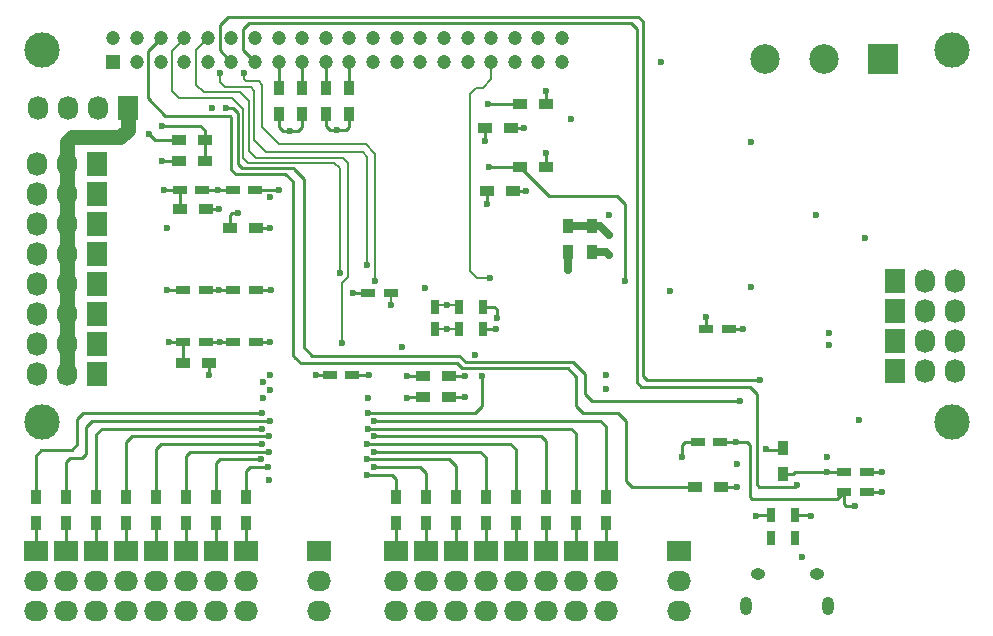
<source format=gbl>
G04 #@! TF.FileFunction,Copper,L4,Bot,Signal*
%FSLAX46Y46*%
G04 Gerber Fmt 4.6, Leading zero omitted, Abs format (unit mm)*
G04 Created by KiCad (PCBNEW (2015-11-11 BZR 6310)-product) date Thu 17 Dec 2015 09:11:31 PM CST*
%MOMM*%
G01*
G04 APERTURE LIST*
%ADD10C,0.100000*%
%ADD11C,3.000000*%
%ADD12R,1.727200X2.032000*%
%ADD13O,1.727200X2.032000*%
%ADD14O,1.250000X0.950000*%
%ADD15O,1.000000X1.550000*%
%ADD16R,2.032000X1.727200*%
%ADD17O,2.032000X1.727200*%
%ADD18R,0.900000X1.200000*%
%ADD19R,1.200000X0.900000*%
%ADD20R,0.750000X1.200000*%
%ADD21R,1.200000X0.750000*%
%ADD22C,2.500000*%
%ADD23R,2.500000X2.500000*%
%ADD24R,1.200000X1.200000*%
%ADD25C,1.200000*%
%ADD26C,0.600000*%
%ADD27C,0.254000*%
%ADD28C,0.203200*%
%ADD29C,0.635000*%
%ADD30C,1.270000*%
G04 APERTURE END LIST*
D10*
D11*
X188100000Y-111500000D03*
X111100000Y-111500000D03*
X188100000Y-80000000D03*
X111100000Y-80000000D03*
D12*
X183300000Y-99520000D03*
D13*
X185840000Y-99520000D03*
X188380000Y-99520000D03*
D12*
X183300000Y-102060000D03*
D13*
X185840000Y-102060000D03*
X188380000Y-102060000D03*
D12*
X183300000Y-104600000D03*
D13*
X185840000Y-104600000D03*
X188380000Y-104600000D03*
D12*
X183300000Y-107140000D03*
D13*
X185840000Y-107140000D03*
X188380000Y-107140000D03*
D12*
X115736000Y-89614000D03*
D13*
X113196000Y-89614000D03*
X110656000Y-89614000D03*
D12*
X115736000Y-92154000D03*
D13*
X113196000Y-92154000D03*
X110656000Y-92154000D03*
D12*
X115736000Y-94694000D03*
D13*
X113196000Y-94694000D03*
X110656000Y-94694000D03*
D12*
X115736000Y-97234000D03*
D13*
X113196000Y-97234000D03*
X110656000Y-97234000D03*
D12*
X115736000Y-99774000D03*
D13*
X113196000Y-99774000D03*
X110656000Y-99774000D03*
D12*
X115736000Y-102314000D03*
D13*
X113196000Y-102314000D03*
X110656000Y-102314000D03*
D12*
X115736000Y-104854000D03*
D13*
X113196000Y-104854000D03*
X110656000Y-104854000D03*
D12*
X115736000Y-107394000D03*
D13*
X113196000Y-107394000D03*
X110656000Y-107394000D03*
D14*
X171655100Y-124373460D03*
X176655100Y-124373460D03*
D15*
X170655100Y-127073460D03*
X177655100Y-127073460D03*
D16*
X110529000Y-122380000D03*
D17*
X110529000Y-124920000D03*
X110529000Y-127460000D03*
D16*
X113069000Y-122380000D03*
D17*
X113069000Y-124920000D03*
X113069000Y-127460000D03*
D16*
X115609000Y-122380000D03*
D17*
X115609000Y-124920000D03*
X115609000Y-127460000D03*
D16*
X118149000Y-122380000D03*
D17*
X118149000Y-124920000D03*
X118149000Y-127460000D03*
D16*
X120689000Y-122380000D03*
D17*
X120689000Y-124920000D03*
X120689000Y-127460000D03*
D16*
X123229000Y-122380000D03*
D17*
X123229000Y-124920000D03*
X123229000Y-127460000D03*
D16*
X125769000Y-122380000D03*
D17*
X125769000Y-124920000D03*
X125769000Y-127460000D03*
D16*
X128309000Y-122380000D03*
D17*
X128309000Y-124920000D03*
X128309000Y-127460000D03*
D16*
X141009000Y-122380000D03*
D17*
X141009000Y-124920000D03*
X141009000Y-127460000D03*
D16*
X143549000Y-122380000D03*
D17*
X143549000Y-124920000D03*
X143549000Y-127460000D03*
D16*
X146089000Y-122380000D03*
D17*
X146089000Y-124920000D03*
X146089000Y-127460000D03*
D16*
X148629000Y-122380000D03*
D17*
X148629000Y-124920000D03*
X148629000Y-127460000D03*
D16*
X151169000Y-122380000D03*
D17*
X151169000Y-124920000D03*
X151169000Y-127460000D03*
D16*
X153709000Y-122380000D03*
D17*
X153709000Y-124920000D03*
X153709000Y-127460000D03*
D16*
X156249000Y-122380000D03*
D17*
X156249000Y-124920000D03*
X156249000Y-127460000D03*
D16*
X158789000Y-122380000D03*
D17*
X158789000Y-124920000D03*
X158789000Y-127460000D03*
D18*
X131090000Y-85380000D03*
X131090000Y-83180000D03*
X133100000Y-85380000D03*
X133100000Y-83180000D03*
X173810000Y-113700000D03*
X173810000Y-115900000D03*
X135090000Y-85380000D03*
X135090000Y-83180000D03*
X137100000Y-85380000D03*
X137100000Y-83180000D03*
D19*
X148746000Y-91904000D03*
X150946000Y-91904000D03*
X148596000Y-86594000D03*
X150796000Y-86594000D03*
X153720000Y-89880000D03*
X151520000Y-89880000D03*
X145550000Y-107570000D03*
X143350000Y-107570000D03*
X145550000Y-109410000D03*
X143350000Y-109410000D03*
D18*
X110529000Y-120051000D03*
X110529000Y-117851000D03*
X113069000Y-120051000D03*
X113069000Y-117851000D03*
D19*
X123010000Y-106500000D03*
X125210000Y-106500000D03*
X122730000Y-93490000D03*
X124930000Y-93490000D03*
X124860000Y-87650000D03*
X122660000Y-87650000D03*
X124880000Y-89430000D03*
X122680000Y-89430000D03*
X126980000Y-95070000D03*
X129180000Y-95070000D03*
D18*
X115609000Y-120051000D03*
X115609000Y-117851000D03*
X118149000Y-120051000D03*
X118149000Y-117851000D03*
X120689000Y-120051000D03*
X120689000Y-117851000D03*
X123229000Y-120051000D03*
X123229000Y-117851000D03*
X125769000Y-120051000D03*
X125769000Y-117851000D03*
X128309000Y-120051000D03*
X128309000Y-117851000D03*
X141009000Y-120051000D03*
X141009000Y-117851000D03*
X143549000Y-120051000D03*
X143549000Y-117851000D03*
X146089000Y-120051000D03*
X146089000Y-117851000D03*
X148629000Y-120051000D03*
X148629000Y-117851000D03*
X151169000Y-120051000D03*
X151169000Y-117851000D03*
X153709000Y-120051000D03*
X153709000Y-117851000D03*
X156249000Y-120051000D03*
X156249000Y-117851000D03*
X158789000Y-120051000D03*
X158789000Y-117851000D03*
D16*
X134532000Y-122380000D03*
D17*
X134532000Y-124920000D03*
X134532000Y-127460000D03*
D16*
X165012000Y-122380000D03*
D17*
X165012000Y-124920000D03*
X165012000Y-127460000D03*
D18*
X157660000Y-94870000D03*
X157660000Y-97070000D03*
X155614000Y-94864000D03*
X155614000Y-97064000D03*
D20*
X172802000Y-121298000D03*
X172802000Y-119398000D03*
X174834000Y-121298000D03*
X174834000Y-119398000D03*
D21*
X168490000Y-113160000D03*
X166590000Y-113160000D03*
D19*
X153740000Y-84570000D03*
X151540000Y-84570000D03*
D21*
X129170000Y-104680000D03*
X127270000Y-104680000D03*
X129130000Y-91810000D03*
X127230000Y-91810000D03*
D20*
X144330000Y-103620000D03*
X144330000Y-101720000D03*
D21*
X140578000Y-100572000D03*
X138678000Y-100572000D03*
X137340000Y-107490000D03*
X135440000Y-107490000D03*
X169200000Y-103600000D03*
X167300000Y-103600000D03*
X123010000Y-104690000D03*
X124910000Y-104690000D03*
X122750000Y-91810000D03*
X124650000Y-91810000D03*
X123010000Y-100270000D03*
X124910000Y-100270000D03*
X129170000Y-100270000D03*
X127270000Y-100270000D03*
D12*
X118310000Y-84890000D03*
D13*
X115770000Y-84890000D03*
X113230000Y-84890000D03*
X110690000Y-84890000D03*
D22*
X172284000Y-80724000D03*
D23*
X182284000Y-80724000D03*
D22*
X177284000Y-80724000D03*
D21*
X179010000Y-117400000D03*
X180910000Y-117400000D03*
X179010000Y-115720000D03*
X180910000Y-115720000D03*
D19*
X168540000Y-116980000D03*
X166340000Y-116980000D03*
D24*
X117100000Y-81000000D03*
D25*
X117100000Y-79000000D03*
X119100000Y-81000000D03*
X119100000Y-79000000D03*
X121100000Y-81000000D03*
X121100000Y-79000000D03*
X123100000Y-81000000D03*
X123100000Y-79000000D03*
X125100000Y-81000000D03*
X125100000Y-79000000D03*
X127100000Y-81000000D03*
X127100000Y-79000000D03*
X129100000Y-81000000D03*
X129100000Y-79000000D03*
X131100000Y-81000000D03*
X131100000Y-79000000D03*
X133100000Y-81000000D03*
X133100000Y-79000000D03*
X135100000Y-81000000D03*
X135100000Y-79000000D03*
X137100000Y-81000000D03*
X137100000Y-79000000D03*
X139100000Y-81000000D03*
X139100000Y-79000000D03*
X141100000Y-81000000D03*
X141100000Y-79000000D03*
X143100000Y-81000000D03*
X143100000Y-79000000D03*
X145100000Y-81000000D03*
X145100000Y-79000000D03*
X147100000Y-81000000D03*
X147100000Y-79000000D03*
X149100000Y-81000000D03*
X149100000Y-79000000D03*
X151100000Y-81000000D03*
X151100000Y-79000000D03*
X153100000Y-81000000D03*
X153100000Y-79000000D03*
X155100000Y-81000000D03*
X155100000Y-79000000D03*
D20*
X148419000Y-101737000D03*
X148419000Y-103637000D03*
X146387000Y-103637000D03*
X146387000Y-101737000D03*
D26*
X131170000Y-91810000D03*
X141560000Y-105110000D03*
X127680000Y-93780000D03*
X132100000Y-86870000D03*
X136050000Y-86800000D03*
X148740000Y-93000000D03*
X140580000Y-101600000D03*
X148590000Y-87660000D03*
X130410000Y-104690000D03*
X130420000Y-100270000D03*
X152050000Y-91890000D03*
X160430000Y-99570000D03*
X148950000Y-89890000D03*
X151890000Y-86580000D03*
X148300000Y-107560000D03*
X138630000Y-110740000D03*
X148820000Y-84580000D03*
X130280000Y-116380000D03*
X129750000Y-109440000D03*
X138640000Y-109440000D03*
X147730000Y-105780000D03*
X130360000Y-92450000D03*
X126110000Y-104680000D03*
X167290000Y-102630000D03*
X149540000Y-103640000D03*
X159070000Y-97330000D03*
X180760000Y-95910000D03*
X177730000Y-104950000D03*
X177720000Y-103960000D03*
X164250000Y-100360000D03*
X145340000Y-101610000D03*
X143530000Y-100120000D03*
X137390000Y-100570000D03*
X134270000Y-107490000D03*
X182180000Y-117400000D03*
X182200000Y-115720000D03*
X165260000Y-114440000D03*
X171510000Y-119410000D03*
X176140000Y-119410000D03*
X159090000Y-93950000D03*
X171110000Y-100100000D03*
X176570000Y-93930000D03*
X171120000Y-87750000D03*
X155850000Y-85830000D03*
X163500000Y-81000000D03*
X177570000Y-114450000D03*
X169870000Y-115080000D03*
X175450000Y-122960000D03*
X130350000Y-107490000D03*
X129750000Y-108140000D03*
X130350000Y-108790000D03*
X125970000Y-91810000D03*
X126080000Y-100270000D03*
X121660000Y-95070000D03*
X121260000Y-86390000D03*
X159090000Y-95630000D03*
X172330000Y-113810000D03*
X153740000Y-83440000D03*
X153720000Y-88740000D03*
X125470000Y-84900000D03*
X125210000Y-107500000D03*
X126030000Y-93490000D03*
X180270000Y-111310000D03*
X170420000Y-103610000D03*
X149570000Y-102690000D03*
X146890000Y-109410000D03*
X146890000Y-107570000D03*
X138740000Y-107490000D03*
X121640000Y-100280000D03*
X141990000Y-107560000D03*
X141980000Y-109420000D03*
X129720000Y-110740000D03*
X130330000Y-111390000D03*
X121780000Y-104690000D03*
X121390000Y-91810000D03*
X120110000Y-87090000D03*
X121220000Y-89430000D03*
X130380000Y-95070000D03*
X129660000Y-112040000D03*
X130280000Y-112680000D03*
X129670000Y-113340000D03*
X130270000Y-113990000D03*
X129650000Y-114630000D03*
X130170000Y-115280000D03*
X138620000Y-115950000D03*
X139200000Y-115290000D03*
X138610000Y-114640000D03*
X139210000Y-113990000D03*
X138610000Y-113340000D03*
X139190000Y-112690000D03*
X138640000Y-112040000D03*
X139210000Y-111390000D03*
X171880000Y-107900000D03*
X158850000Y-107520000D03*
X158850000Y-108690000D03*
X155620000Y-98590000D03*
X175030000Y-116790000D03*
X145370000Y-103600000D03*
X136450000Y-104840000D03*
X148970000Y-99260000D03*
X138600000Y-98220000D03*
X126110000Y-81970000D03*
X136260000Y-98880000D03*
X128140000Y-81960000D03*
X139290000Y-99530000D03*
X179930000Y-118590000D03*
X169810000Y-113160000D03*
X177540000Y-115710000D03*
X170190000Y-109710000D03*
X126660000Y-84920000D03*
X169870000Y-116980000D03*
D27*
X131170000Y-91810000D02*
X129130000Y-91810000D01*
X126980000Y-93980000D02*
X127180000Y-93780000D01*
X127180000Y-93780000D02*
X127680000Y-93780000D01*
X126980000Y-93980000D02*
X126980000Y-95070000D01*
X148746000Y-92994000D02*
X148740000Y-93000000D01*
X148746000Y-91904000D02*
X148746000Y-92994000D01*
X137100000Y-85380000D02*
X137100000Y-86470000D01*
X135090000Y-86450000D02*
X135440000Y-86800000D01*
X135440000Y-86800000D02*
X136050000Y-86800000D01*
X135090000Y-86450000D02*
X135090000Y-85380000D01*
X136770000Y-86800000D02*
X136050000Y-86800000D01*
X137100000Y-86470000D02*
X136770000Y-86800000D01*
X133100000Y-85380000D02*
X133100000Y-86530000D01*
X133100000Y-86530000D02*
X132760000Y-86870000D01*
X132760000Y-86870000D02*
X132100000Y-86870000D01*
X131090000Y-86510000D02*
X131450000Y-86870000D01*
X131090000Y-86510000D02*
X131090000Y-85380000D01*
X131450000Y-86870000D02*
X132100000Y-86870000D01*
D28*
X140578000Y-101598000D02*
X140578000Y-100572000D01*
X140580000Y-101600000D02*
X140578000Y-101598000D01*
D27*
X148596000Y-86594000D02*
X148596000Y-87654000D01*
X148596000Y-87654000D02*
X148590000Y-87660000D01*
X130400000Y-104680000D02*
X129170000Y-104680000D01*
X130410000Y-104690000D02*
X130400000Y-104680000D01*
X129170000Y-100270000D02*
X130420000Y-100270000D01*
X152050000Y-91890000D02*
X152036000Y-91904000D01*
X152036000Y-91904000D02*
X150946000Y-91904000D01*
X159760000Y-92370000D02*
X154010000Y-92370000D01*
X160430000Y-93040000D02*
X159760000Y-92370000D01*
X160430000Y-99570000D02*
X160430000Y-93040000D01*
X154010000Y-92370000D02*
X151520000Y-89880000D01*
X148960000Y-89880000D02*
X151520000Y-89880000D01*
X148950000Y-89890000D02*
X148960000Y-89880000D01*
X151876000Y-86594000D02*
X150796000Y-86594000D01*
X151890000Y-86580000D02*
X151876000Y-86594000D01*
X148300000Y-110170000D02*
X148300000Y-107560000D01*
X147740000Y-110730000D02*
X148300000Y-110170000D01*
X138640000Y-110730000D02*
X147740000Y-110730000D01*
X138630000Y-110740000D02*
X138640000Y-110730000D01*
X148830000Y-84570000D02*
X151540000Y-84570000D01*
X148820000Y-84580000D02*
X148830000Y-84570000D01*
X110529000Y-120051000D02*
X110529000Y-122380000D01*
D29*
X157660000Y-97070000D02*
X158810000Y-97070000D01*
X158810000Y-97070000D02*
X159070000Y-97330000D01*
D27*
X167300000Y-103600000D02*
X167300000Y-102640000D01*
X167300000Y-102640000D02*
X167290000Y-102630000D01*
X148419000Y-103637000D02*
X149537000Y-103637000D01*
X149537000Y-103637000D02*
X149540000Y-103640000D01*
X158810000Y-97070000D02*
X159070000Y-97330000D01*
D28*
X145340000Y-101610000D02*
X144440000Y-101610000D01*
X144440000Y-101610000D02*
X144330000Y-101720000D01*
X145340000Y-101610000D02*
X146260000Y-101610000D01*
X146260000Y-101610000D02*
X146387000Y-101737000D01*
D27*
X138678000Y-100572000D02*
X137392000Y-100572000D01*
X137392000Y-100572000D02*
X137390000Y-100570000D01*
X135440000Y-107490000D02*
X134270000Y-107490000D01*
X180910000Y-117400000D02*
X182180000Y-117400000D01*
X180910000Y-115720000D02*
X182200000Y-115720000D01*
X166590000Y-113160000D02*
X165520000Y-113160000D01*
X165260000Y-113420000D02*
X165260000Y-114440000D01*
X165520000Y-113160000D02*
X165260000Y-113420000D01*
X172802000Y-119398000D02*
X171522000Y-119398000D01*
X171522000Y-119398000D02*
X171510000Y-119410000D01*
X174834000Y-119398000D02*
X176128000Y-119398000D01*
X176128000Y-119398000D02*
X176140000Y-119410000D01*
X124650000Y-91810000D02*
X125970000Y-91810000D01*
X125970000Y-91810000D02*
X127230000Y-91810000D01*
X124910000Y-100270000D02*
X126080000Y-100270000D01*
X127270000Y-100270000D02*
X126080000Y-100270000D01*
X124910000Y-104690000D02*
X126100000Y-104690000D01*
X126110000Y-104680000D02*
X127270000Y-104680000D01*
X126100000Y-104690000D02*
X126110000Y-104680000D01*
X113069000Y-120051000D02*
X113069000Y-122380000D01*
X115609000Y-120051000D02*
X115609000Y-122380000D01*
X118149000Y-120051000D02*
X118149000Y-122380000D01*
X120689000Y-120051000D02*
X120689000Y-122380000D01*
X123229000Y-120051000D02*
X123229000Y-122380000D01*
X125769000Y-120051000D02*
X125769000Y-122380000D01*
X128309000Y-120051000D02*
X128309000Y-122380000D01*
X141009000Y-122380000D02*
X141009000Y-120051000D01*
X143549000Y-122380000D02*
X143549000Y-120051000D01*
X146089000Y-122380000D02*
X146089000Y-120051000D01*
X148629000Y-122380000D02*
X148629000Y-120051000D01*
X151169000Y-122380000D02*
X151169000Y-120051000D01*
X153709000Y-122380000D02*
X153709000Y-120051000D01*
X156249000Y-122380000D02*
X156249000Y-120051000D01*
X158789000Y-122380000D02*
X158789000Y-120051000D01*
X124860000Y-87650000D02*
X124860000Y-89410000D01*
X124860000Y-89410000D02*
X124880000Y-89430000D01*
X124860000Y-86780000D02*
X124860000Y-87650000D01*
X124470000Y-86390000D02*
X124860000Y-86780000D01*
X121260000Y-86390000D02*
X124470000Y-86390000D01*
D30*
X113196000Y-89614000D02*
X113196000Y-87814000D01*
X118310000Y-86790000D02*
X118310000Y-84890000D01*
X117700000Y-87400000D02*
X118310000Y-86790000D01*
X113610000Y-87400000D02*
X117700000Y-87400000D01*
X113196000Y-87814000D02*
X113610000Y-87400000D01*
X113196000Y-92154000D02*
X113196000Y-89614000D01*
X113196000Y-94694000D02*
X113196000Y-92154000D01*
X113196000Y-97234000D02*
X113196000Y-94694000D01*
X113196000Y-99774000D02*
X113196000Y-97234000D01*
X113196000Y-102314000D02*
X113196000Y-99774000D01*
X113196000Y-104854000D02*
X113196000Y-102314000D01*
X113196000Y-107394000D02*
X113196000Y-104854000D01*
D29*
X157660000Y-94870000D02*
X158330000Y-94870000D01*
X158330000Y-94870000D02*
X159090000Y-95630000D01*
X155614000Y-94864000D02*
X157654000Y-94864000D01*
X157654000Y-94864000D02*
X157660000Y-94870000D01*
D27*
X157660000Y-94870000D02*
X155620000Y-94870000D01*
X155620000Y-94870000D02*
X155614000Y-94864000D01*
X131090000Y-83180000D02*
X131090000Y-81010000D01*
X131090000Y-81010000D02*
X131100000Y-81000000D01*
X133100000Y-83180000D02*
X133100000Y-81000000D01*
X172340000Y-113820000D02*
X173690000Y-113820000D01*
X172330000Y-113810000D02*
X172340000Y-113820000D01*
X173690000Y-113820000D02*
X173810000Y-113700000D01*
X135090000Y-83180000D02*
X135090000Y-81010000D01*
X135090000Y-81010000D02*
X135100000Y-81000000D01*
X137100000Y-83180000D02*
X137100000Y-81000000D01*
X153720000Y-89880000D02*
X153720000Y-88740000D01*
X153740000Y-84570000D02*
X153740000Y-83440000D01*
X125210000Y-106500000D02*
X125210000Y-107500000D01*
X124930000Y-93490000D02*
X126030000Y-93490000D01*
X169200000Y-103600000D02*
X170410000Y-103600000D01*
X170410000Y-103600000D02*
X170420000Y-103610000D01*
X148419000Y-101737000D02*
X149357000Y-101737000D01*
X149570000Y-101950000D02*
X149570000Y-102690000D01*
X149357000Y-101737000D02*
X149570000Y-101950000D01*
X145550000Y-109410000D02*
X146890000Y-109410000D01*
X145550000Y-107570000D02*
X146890000Y-107570000D01*
X138740000Y-107490000D02*
X137340000Y-107490000D01*
X123010000Y-100270000D02*
X121650000Y-100270000D01*
X121650000Y-100270000D02*
X121640000Y-100280000D01*
X143350000Y-107570000D02*
X142000000Y-107570000D01*
X142000000Y-107570000D02*
X141990000Y-107560000D01*
X143350000Y-109410000D02*
X141990000Y-109410000D01*
X141990000Y-109410000D02*
X141980000Y-109420000D01*
X129720000Y-110740000D02*
X114540000Y-110740000D01*
X110529000Y-117851000D02*
X110529000Y-114331000D01*
X111000000Y-113860000D02*
X110529000Y-114331000D01*
X113570000Y-113860000D02*
X111000000Y-113860000D01*
X114050000Y-113380000D02*
X113570000Y-113860000D01*
X114050000Y-111230000D02*
X114050000Y-113380000D01*
X114540000Y-110740000D02*
X114050000Y-111230000D01*
X130320000Y-111400000D02*
X115300000Y-111400000D01*
X130330000Y-111390000D02*
X130320000Y-111400000D01*
X113069000Y-117851000D02*
X113069000Y-114871000D01*
X113430000Y-114510000D02*
X113069000Y-114871000D01*
X114490000Y-114510000D02*
X113430000Y-114510000D01*
X114830000Y-114170000D02*
X114490000Y-114510000D01*
X114830000Y-111870000D02*
X114830000Y-114170000D01*
X115300000Y-111400000D02*
X114830000Y-111870000D01*
X123010000Y-106500000D02*
X123010000Y-104690000D01*
X121780000Y-104690000D02*
X123010000Y-104690000D01*
X122730000Y-93490000D02*
X122730000Y-91830000D01*
X122730000Y-91830000D02*
X122750000Y-91810000D01*
X121390000Y-91810000D02*
X122750000Y-91810000D01*
X122660000Y-87650000D02*
X120670000Y-87650000D01*
X120670000Y-87650000D02*
X120110000Y-87090000D01*
X122680000Y-89430000D02*
X121220000Y-89430000D01*
X130380000Y-95070000D02*
X129180000Y-95070000D01*
X115609000Y-112541000D02*
X115609000Y-117851000D01*
X116110000Y-112040000D02*
X115609000Y-112541000D01*
X129660000Y-112040000D02*
X116110000Y-112040000D01*
X118670000Y-112680000D02*
X130280000Y-112680000D01*
X118670000Y-112680000D02*
X118149000Y-113201000D01*
X118149000Y-117851000D02*
X118149000Y-113201000D01*
X120689000Y-113791000D02*
X120689000Y-117851000D01*
X121150000Y-113330000D02*
X120689000Y-113791000D01*
X129660000Y-113330000D02*
X121150000Y-113330000D01*
X129670000Y-113340000D02*
X129660000Y-113330000D01*
X123610000Y-113990000D02*
X130270000Y-113990000D01*
X123610000Y-113990000D02*
X123229000Y-114371000D01*
X123229000Y-117851000D02*
X123229000Y-114371000D01*
X129650000Y-114630000D02*
X126110000Y-114630000D01*
X126110000Y-114630000D02*
X125769000Y-114971000D01*
X125769000Y-117851000D02*
X125769000Y-114971000D01*
X128309000Y-115671000D02*
X128309000Y-117851000D01*
X128700000Y-115280000D02*
X128309000Y-115671000D01*
X130170000Y-115280000D02*
X128700000Y-115280000D01*
X141009000Y-116279000D02*
X141009000Y-117851000D01*
X140680000Y-115950000D02*
X141009000Y-116279000D01*
X138620000Y-115950000D02*
X140680000Y-115950000D01*
X143549000Y-115799000D02*
X143549000Y-117851000D01*
X143040000Y-115290000D02*
X143549000Y-115799000D01*
X139200000Y-115290000D02*
X143040000Y-115290000D01*
X146089000Y-115179000D02*
X146089000Y-117851000D01*
X145550000Y-114640000D02*
X146089000Y-115179000D01*
X138610000Y-114640000D02*
X145550000Y-114640000D01*
X139210000Y-113990000D02*
X148140000Y-113990000D01*
X148629000Y-114479000D02*
X148629000Y-117851000D01*
X148140000Y-113990000D02*
X148629000Y-114479000D01*
X148629000Y-117409000D02*
X148629000Y-117851000D01*
X151169000Y-113799000D02*
X151169000Y-117851000D01*
X150720000Y-113350000D02*
X151169000Y-113799000D01*
X138620000Y-113350000D02*
X150720000Y-113350000D01*
X138610000Y-113340000D02*
X138620000Y-113350000D01*
X153709000Y-113099000D02*
X153709000Y-117851000D01*
X153290000Y-112680000D02*
X153709000Y-113099000D01*
X139200000Y-112680000D02*
X153290000Y-112680000D01*
X139190000Y-112670000D02*
X139200000Y-112680000D01*
X139190000Y-112690000D02*
X139190000Y-112670000D01*
X156249000Y-112429000D02*
X156249000Y-117851000D01*
X155860000Y-112040000D02*
X156249000Y-112429000D01*
X138640000Y-112040000D02*
X155860000Y-112040000D01*
X158789000Y-111849000D02*
X158789000Y-117851000D01*
X158340000Y-111400000D02*
X158789000Y-111849000D01*
X139220000Y-111400000D02*
X158340000Y-111400000D01*
X139210000Y-111390000D02*
X139220000Y-111400000D01*
X127100000Y-81000000D02*
X126100000Y-80000000D01*
X126790000Y-77160000D02*
X128670000Y-77160000D01*
X126100000Y-77850000D02*
X126790000Y-77160000D01*
X126100000Y-80000000D02*
X126100000Y-77850000D01*
X161560000Y-77160000D02*
X128670000Y-77160000D01*
X161940000Y-77540000D02*
X161560000Y-77160000D01*
X161940000Y-107590000D02*
X161940000Y-77540000D01*
X162250000Y-107900000D02*
X161940000Y-107590000D01*
X171880000Y-107900000D02*
X162250000Y-107900000D01*
D29*
X155614000Y-97064000D02*
X155614000Y-98584000D01*
X155614000Y-98584000D02*
X155620000Y-98590000D01*
D27*
X155614000Y-98584000D02*
X155620000Y-98590000D01*
X129100000Y-81000000D02*
X128090000Y-79990000D01*
X128600000Y-77720000D02*
X130680000Y-77720000D01*
X128090000Y-78230000D02*
X128600000Y-77720000D01*
X128090000Y-79990000D02*
X128090000Y-78230000D01*
X160960000Y-77720000D02*
X130680000Y-77720000D01*
X161420000Y-78180000D02*
X160960000Y-77720000D01*
X161420000Y-108110000D02*
X161420000Y-78180000D01*
X161820000Y-108510000D02*
X161420000Y-108110000D01*
X171000000Y-108510000D02*
X161820000Y-108510000D01*
X171600000Y-109110000D02*
X171000000Y-108510000D01*
X171600000Y-116770000D02*
X171600000Y-109110000D01*
X171810000Y-116980000D02*
X171600000Y-116770000D01*
X174840000Y-116980000D02*
X171810000Y-116980000D01*
X175030000Y-116790000D02*
X174840000Y-116980000D01*
D28*
X145370000Y-103600000D02*
X144350000Y-103600000D01*
X144350000Y-103600000D02*
X144330000Y-103620000D01*
X146350000Y-103600000D02*
X145370000Y-103600000D01*
X146350000Y-103600000D02*
X146387000Y-103637000D01*
X124110000Y-82900000D02*
X124110000Y-82920000D01*
X136450000Y-99750000D02*
X136450000Y-104840000D01*
X136980000Y-99220000D02*
X136450000Y-99750000D01*
X136980000Y-89520000D02*
X136980000Y-99220000D01*
X136580000Y-89120000D02*
X136980000Y-89520000D01*
X129200000Y-89120000D02*
X136580000Y-89120000D01*
X128610000Y-88530000D02*
X129200000Y-89120000D01*
X128610000Y-84350000D02*
X128610000Y-88530000D01*
X127850000Y-83590000D02*
X128610000Y-84350000D01*
X124780000Y-83590000D02*
X127850000Y-83590000D01*
X124110000Y-82920000D02*
X124780000Y-83590000D01*
X125100000Y-79000000D02*
X125100000Y-79010000D01*
X125100000Y-79010000D02*
X124110000Y-80000000D01*
X124110000Y-80000000D02*
X124110000Y-82900000D01*
X148970000Y-99260000D02*
X147870000Y-99260000D01*
X147290000Y-98680000D02*
X147290000Y-97580000D01*
X147870000Y-99260000D02*
X147290000Y-98680000D01*
X149100000Y-82470000D02*
X149100000Y-81000000D01*
X147290000Y-97580000D02*
X147290000Y-83710000D01*
X147290000Y-83710000D02*
X147830000Y-83170000D01*
X147830000Y-83170000D02*
X148400000Y-83170000D01*
X148400000Y-83170000D02*
X149100000Y-82470000D01*
X136230000Y-88620000D02*
X138210000Y-88620000D01*
X138600000Y-89010000D02*
X138600000Y-98220000D01*
X138210000Y-88620000D02*
X138600000Y-89010000D01*
X126110000Y-81970000D02*
X126110000Y-82680000D01*
X126110000Y-82680000D02*
X126550000Y-83120000D01*
X126550000Y-83120000D02*
X128720000Y-83120000D01*
X128720000Y-83120000D02*
X129050000Y-83450000D01*
X129050000Y-83450000D02*
X129050000Y-87640000D01*
X129050000Y-87640000D02*
X130030000Y-88620000D01*
X130030000Y-88620000D02*
X136230000Y-88620000D01*
X123100000Y-79000000D02*
X123100000Y-79040000D01*
X123100000Y-79040000D02*
X122090000Y-80050000D01*
X122635000Y-84035000D02*
X125205000Y-84035000D01*
X122090000Y-83490000D02*
X122635000Y-84035000D01*
X122090000Y-80050000D02*
X122090000Y-83490000D01*
X125205000Y-84035000D02*
X127185000Y-84035000D01*
X136260000Y-90020000D02*
X136260000Y-98880000D01*
X135770000Y-89530000D02*
X136260000Y-90020000D01*
X128500000Y-89530000D02*
X135770000Y-89530000D01*
X128120000Y-89150000D02*
X128500000Y-89530000D01*
X128120000Y-84970000D02*
X128120000Y-89150000D01*
X127185000Y-84035000D02*
X128120000Y-84970000D01*
X137430000Y-87960000D02*
X138480000Y-87960000D01*
X128140000Y-82420000D02*
X128350000Y-82630000D01*
X128350000Y-82630000D02*
X129410000Y-82630000D01*
X129410000Y-82630000D02*
X129700000Y-82920000D01*
X129700000Y-82920000D02*
X129700000Y-86530000D01*
X129700000Y-86530000D02*
X131130000Y-87960000D01*
X128140000Y-81960000D02*
X128140000Y-82420000D01*
X137430000Y-87960000D02*
X131130000Y-87960000D01*
X138480000Y-87960000D02*
X139290000Y-88770000D01*
X139290000Y-88770000D02*
X139290000Y-99530000D01*
D27*
X171020000Y-117100000D02*
X171020000Y-117860000D01*
X178380000Y-118030000D02*
X179010000Y-117400000D01*
X171190000Y-118030000D02*
X178380000Y-118030000D01*
X171020000Y-117860000D02*
X171190000Y-118030000D01*
X179930000Y-118590000D02*
X179140000Y-118590000D01*
X179140000Y-118590000D02*
X179010000Y-118460000D01*
X179010000Y-118460000D02*
X179010000Y-117400000D01*
X168490000Y-113160000D02*
X169810000Y-113160000D01*
X169810000Y-113160000D02*
X170720000Y-113160000D01*
X171020000Y-113460000D02*
X171020000Y-117100000D01*
X170720000Y-113160000D02*
X171020000Y-113460000D01*
X177540000Y-115710000D02*
X179000000Y-115710000D01*
X179000000Y-115710000D02*
X179010000Y-115720000D01*
X174640000Y-115900000D02*
X173810000Y-115900000D01*
X174830000Y-115710000D02*
X174640000Y-115900000D01*
X177540000Y-115710000D02*
X174830000Y-115710000D01*
X140890000Y-105870000D02*
X133940000Y-105870000D01*
X133940000Y-105870000D02*
X133240000Y-105170000D01*
X132440000Y-90080000D02*
X132370000Y-90010000D01*
X170190000Y-109710000D02*
X170170000Y-109710000D01*
X170170000Y-109710000D02*
X157610000Y-109710000D01*
X157610000Y-109710000D02*
X157020000Y-109120000D01*
X157020000Y-109120000D02*
X157020000Y-107400000D01*
X157020000Y-107400000D02*
X156040000Y-106420000D01*
X156040000Y-106420000D02*
X146950000Y-106420000D01*
X146950000Y-106420000D02*
X146400000Y-105870000D01*
X146400000Y-105870000D02*
X140890000Y-105870000D01*
X133240000Y-105170000D02*
X133240000Y-90880000D01*
X133240000Y-90880000D02*
X132440000Y-90080000D01*
X127210000Y-84920000D02*
X126660000Y-84920000D01*
X127640000Y-85350000D02*
X127210000Y-84920000D01*
X127640000Y-89660000D02*
X127640000Y-85350000D01*
X127990000Y-90010000D02*
X127640000Y-89660000D01*
X132370000Y-90010000D02*
X127990000Y-90010000D01*
X169860000Y-116980000D02*
X168540000Y-116980000D01*
X169870000Y-116990000D02*
X169860000Y-116980000D01*
X169870000Y-116980000D02*
X169870000Y-116990000D01*
X140640000Y-106500000D02*
X132980000Y-106500000D01*
X161030000Y-116980000D02*
X160520000Y-116470000D01*
X160520000Y-116470000D02*
X160520000Y-111370000D01*
X160520000Y-111370000D02*
X159870000Y-110720000D01*
X166340000Y-116980000D02*
X161030000Y-116980000D01*
X156900000Y-110720000D02*
X156320000Y-110140000D01*
X156320000Y-110140000D02*
X156320000Y-107650000D01*
X156320000Y-107650000D02*
X155581802Y-106911802D01*
X155581802Y-106911802D02*
X146591802Y-106911802D01*
X146591802Y-106911802D02*
X146180000Y-106500000D01*
X146180000Y-106500000D02*
X140640000Y-106500000D01*
X159870000Y-110720000D02*
X156900000Y-110720000D01*
X132980000Y-106500000D02*
X132510000Y-106030000D01*
X120050000Y-80050000D02*
X121100000Y-79000000D01*
X120050000Y-84080000D02*
X120050000Y-80050000D01*
X121510000Y-85540000D02*
X120050000Y-84080000D01*
X126960000Y-85540000D02*
X121510000Y-85540000D01*
X127110000Y-85690000D02*
X126960000Y-85540000D01*
X127110000Y-90110000D02*
X127110000Y-85690000D01*
X127450000Y-90450000D02*
X127110000Y-90110000D01*
X131680000Y-90450000D02*
X127450000Y-90450000D01*
X132320000Y-91090000D02*
X131680000Y-90450000D01*
X132320000Y-105840000D02*
X132320000Y-91090000D01*
X132510000Y-106030000D02*
X132320000Y-105840000D01*
M02*

</source>
